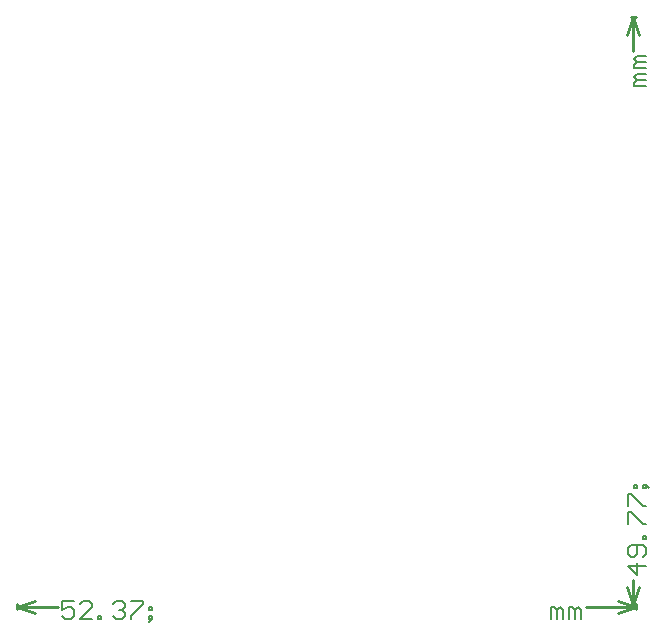
<source format=gko>
G04 Layer_Color=16711935*
%FSLAX25Y25*%
%MOIN*%
G70*
G01*
G75*
%ADD41C,0.01000*%
%ADD42C,0.00600*%
D41*
X135360Y97620D02*
Y99520D01*
X-70800Y97620D02*
Y99520D01*
X118752Y98520D02*
X135360D01*
X-70800D02*
X-57392D01*
X129360Y100520D02*
X135360Y98520D01*
X129360Y96520D02*
X135360Y98520D01*
X-70800D02*
X-64800Y96520D01*
X-70800Y98520D02*
X-64800Y100520D01*
X133860Y99120D02*
X135520D01*
X133860Y295080D02*
X135520D01*
X134520Y99120D02*
Y107428D01*
Y283572D02*
Y295080D01*
Y99120D02*
X136520Y105120D01*
X132520D02*
X134520Y99120D01*
X132520Y289080D02*
X134520Y295080D01*
X136520Y289080D01*
D42*
X-51793Y100419D02*
X-55792D01*
Y97420D01*
X-53793Y98420D01*
X-52793D01*
X-51793Y97420D01*
Y95421D01*
X-52793Y94421D01*
X-54792D01*
X-55792Y95421D01*
X-45795Y94421D02*
X-49794D01*
X-45795Y98420D01*
Y99419D01*
X-46795Y100419D01*
X-48794D01*
X-49794Y99419D01*
X-43796Y94421D02*
Y95421D01*
X-42796D01*
Y94421D01*
X-43796D01*
X-38798Y99419D02*
X-37798Y100419D01*
X-35798D01*
X-34799Y99419D01*
Y98420D01*
X-35798Y97420D01*
X-36798D01*
X-35798D01*
X-34799Y96421D01*
Y95421D01*
X-35798Y94421D01*
X-37798D01*
X-38798Y95421D01*
X-32800Y100419D02*
X-28801D01*
Y99419D01*
X-32800Y95421D01*
Y94421D01*
X-26801Y97420D02*
Y98420D01*
X-25802D01*
Y97420D01*
X-26801D01*
Y95421D02*
X-25802D01*
Y94421D01*
X-26801Y93422D01*
X-25802Y94421D02*
X-26801D01*
Y95421D01*
X107155Y94421D02*
Y98420D01*
X108155D01*
X109155Y97420D01*
Y94421D01*
Y97420D01*
X110154Y98420D01*
X111154Y97420D01*
Y94421D01*
X113153D02*
Y98420D01*
X114153D01*
X115153Y97420D01*
Y94421D01*
Y97420D01*
X116152Y98420D01*
X117152Y97420D01*
Y94421D01*
X138619Y112027D02*
X132621D01*
X135620Y109028D01*
Y113027D01*
X137619Y115026D02*
X138619Y116026D01*
Y118025D01*
X137619Y119025D01*
X133621D01*
X132621Y118025D01*
Y116026D01*
X133621Y115026D01*
X134620D01*
X135620Y116026D01*
Y119025D01*
X138619Y121024D02*
X137619D01*
Y122024D01*
X138619D01*
Y121024D01*
X132621Y126023D02*
Y130021D01*
X133621D01*
X137619Y126023D01*
X138619D01*
X132621Y132020D02*
Y136019D01*
X133621D01*
X137619Y132020D01*
X138619D01*
X135620Y138019D02*
X134620D01*
Y139018D01*
X135620D01*
Y138019D01*
X137619D02*
Y139018D01*
X138619D01*
X139619Y138019D01*
X138619Y139018D02*
Y138019D01*
X137619D01*
X138619Y271975D02*
X134620D01*
Y272975D01*
X135620Y273975D01*
X138619D01*
X135620D01*
X134620Y274974D01*
X135620Y275974D01*
X138619D01*
Y277973D02*
X134620D01*
Y278973D01*
X135620Y279973D01*
X138619D01*
X135620D01*
X134620Y280972D01*
X135620Y281972D01*
X138619D01*
M02*

</source>
